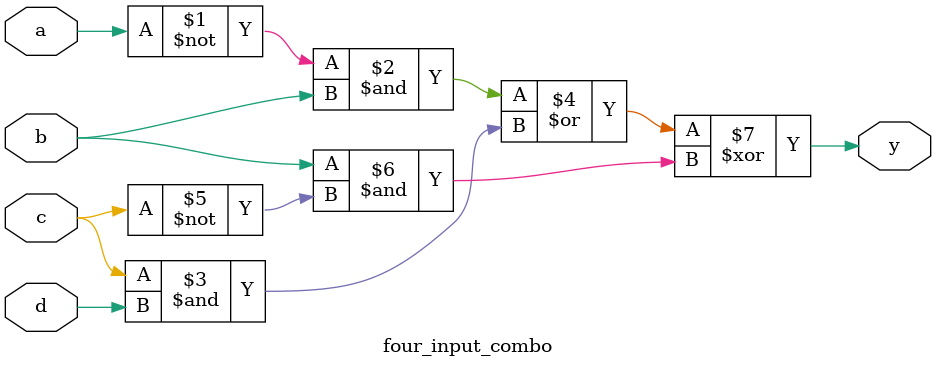
<source format=v>
module four_input_combo (
    input a,
    input b,
    input c,
    input d,
    output y
);
  assign y = ((~a & b) | (c & d)) ^ (b & ~c);
endmodule

</source>
